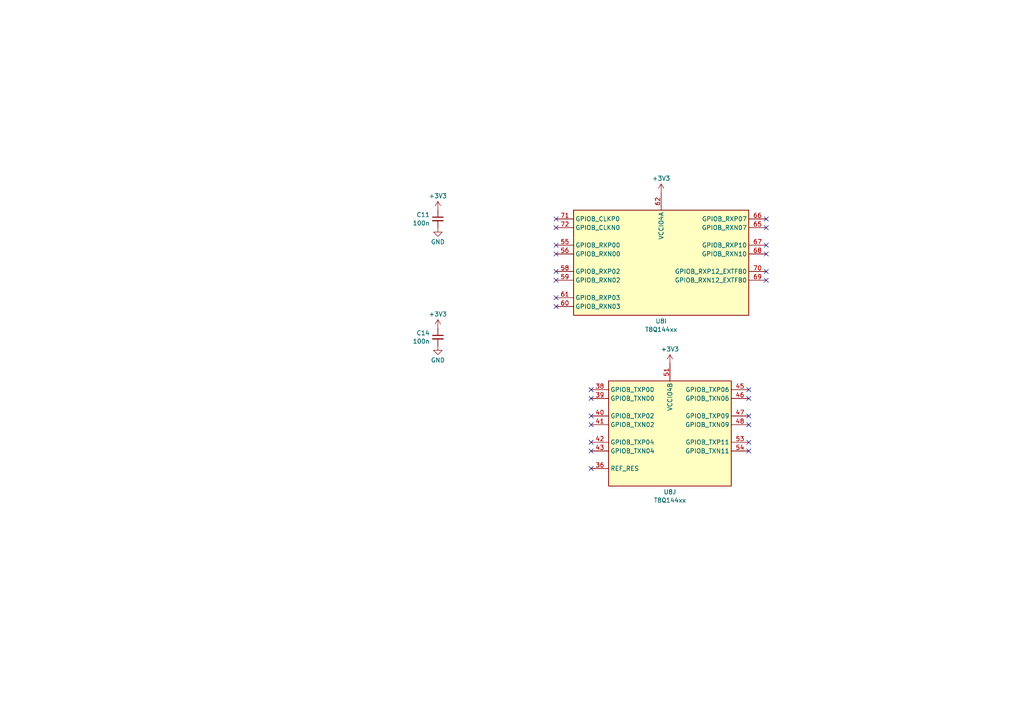
<source format=kicad_sch>
(kicad_sch (version 20230121) (generator eeschema)
  (paper "A4")
  (lib_symbols
    (symbol "Device:C_Small" (pin_numbers hide) (pin_names (offset 0.254) hide)
      (property "Reference" "C" (at 0.254 1.778 0))
      (property "Value" "C_Small" (at 0.254 -2.032 0))
      (symbol "C_Small_0_1"
        (polyline (pts (xy -1.524 -0.508) (xy 1.524 -0.508)) (stroke (width 0.3302)))
        (polyline (pts (xy -1.524 0.508) (xy 1.524 0.508)) (stroke (width 0.3048)))
      )
      (symbol "C_Small_1_1"
        (pin passive line (at 0 2.54 270) (length 2.032) (name "~") (number "1"))
        (pin passive line (at 0 -2.54 90) (length 2.032) (name "~") (number "2"))
      )
    )
    (symbol "FPGA_Efinix_Trion:T8Q144xx"
      (property "Reference" "U" (at -24.13 16.51 0))
      (property "Value" "T8Q144xx" (at 19.05 -16.51 0))
      (symbol "T8Q144xx_1_1"
        (rectangle (start -17.78 12.7) (end 17.78 -12.7) (stroke (width 0.254)) (fill (type background)))
        (pin power_in line (at 0 17.78 270) (length 5.08) (name "VCCIO1A") (number "23"))
        (pin output line (at -22.86 -5.08 0) (length 5.08) (name "TDO") (number "24"))
        (pin input line (at -22.86 -7.62 0) (length 5.08) (name "TMS") (number "25"))
        (pin input line (at -22.86 0 0) (length 5.08) (name "TCK") (number "26"))
        (pin input line (at -22.86 -2.54 0) (length 5.08) (name "TDI") (number "27"))
        (pin bidirectional line (at 22.86 -2.54 180) (length 5.08) (name "GPIOL_09_CDI1") (number "28"))
        (pin bidirectional line (at 22.86 0 180) (length 5.08) (name "GPIOL_08_CDI0") (number "29"))
        (pin bidirectional line (at 22.86 7.62 180) (length 5.08) (name "GPIOL_01_CCK") (number "30"))
        (pin bidirectional line (at 22.86 10.16 180) (length 5.08) (name "GPIOL_00_SS_N") (number "31"))
        (pin bidirectional line (at 22.86 5.08 180) (length 5.08) (name "GPIOL_04_CSI") (number "32"))
        (pin bidirectional line (at 22.86 2.54 180) (length 5.08) (name "GPIOL_05_CSO") (number "33"))
        (pin bidirectional line (at -22.86 10.16 0) (length 5.08) (name "CDONE") (number "34"))
        (pin bidirectional line (at -22.86 5.08 0) (length 5.08) (name "CRESET_N") (number "35"))
      )
      (symbol "T8Q144xx_2_1"
        (rectangle (start -22.86 7.62) (end 22.86 -7.62) (stroke (width 0.254)) (fill (type background)))
        (pin bidirectional line (at 27.94 0 180) (length 5.08) (name "GPIOL_25_CLK1") (number "14"))
        (pin bidirectional line (at 27.94 2.54 180) (length 5.08) (name "GPIOL_24_CLK0") (number "15"))
        (pin bidirectional line (at 27.94 5.08 180) (length 5.08) (name "GPIOL_22_CTRL2") (number "16"))
        (pin bidirectional line (at -27.94 -2.54 0) (length 5.08) (name "GPIOL_21_CTRL1_CDI5") (number "17"))
        (pin bidirectional line (at -27.94 0 0) (length 5.08) (name "GPIOL_20_CTRL0_CDI4") (number "18"))
        (pin bidirectional line (at -27.94 2.54 0) (length 5.08) (name "GPIOL_13_CDI3") (number "19"))
        (pin bidirectional line (at -27.94 5.08 0) (length 5.08) (name "GPIOL_12_CDI2") (number "20"))
        (pin power_in line (at 0 12.7 270) (length 5.08) (name "VCCIO1B") (number "21"))
      )
      (symbol "T8Q144xx_3_1"
        (rectangle (start -22.86 7.62) (end 22.86 -7.62) (stroke (width 0.254)) (fill (type background)))
        (pin bidirectional line (at -27.94 2.54 0) (length 5.08) (name "GPIOL_32_CTRL4_CDI7") (number "10"))
        (pin bidirectional line (at -27.94 5.08 0) (length 5.08) (name "GPIOL_31_CLK7_CDI6") (number "11"))
        (pin power_in line (at 0 12.7 270) (length 5.08) (name "VCCIO1C_1D") (number "12"))
        (pin bidirectional line (at 27.94 2.54 180) (length 5.08) (name "GPIOL_53_CDI10") (number "3"))
        (pin bidirectional line (at 27.94 0 180) (length 5.08) (name "GPIOL_54_CDI11") (number "4"))
        (pin bidirectional line (at 27.94 5.08 180) (length 5.08) (name "GPIOL_46") (number "6"))
        (pin bidirectional line (at -27.94 -2.54 0) (length 5.08) (name "GPIOL_41_CDI9") (number "7"))
        (pin bidirectional line (at -27.94 0 0) (length 5.08) (name "GPIOL_40_CDI8") (number "8"))
      )
      (symbol "T8Q144xx_4_1"
        (rectangle (start -25.4 10.16) (end 25.4 -10.16) (stroke (width 0.254)) (fill (type background)))
        (pin bidirectional line (at 30.48 -5.08 180) (length 5.08) (name "GPIOL_75_PLLIN1") (number "131"))
        (pin bidirectional line (at 30.48 -2.54 180) (length 5.08) (name "GPIOL_74_PLLIN0") (number "132"))
        (pin bidirectional line (at 30.48 0 180) (length 5.08) (name "GPIOL_73_EXTFB1_CDI15") (number "134"))
        (pin bidirectional line (at 30.48 2.54 180) (length 5.08) (name "GPIOL_72_EXTFB0_CDI14") (number "135"))
        (pin bidirectional line (at 30.48 5.08 180) (length 5.08) (name "GPIOL_71_NSTATUS") (number "136"))
        (pin bidirectional line (at 30.48 7.62 180) (length 5.08) (name "GPIOL_70_CBSEL0") (number "137"))
        (pin bidirectional line (at -30.48 -5.08 0) (length 5.08) (name "GPIOL_69_CBSEL1") (number "138"))
        (pin bidirectional line (at -30.48 -2.54 0) (length 5.08) (name "GPIOL_68") (number "139"))
        (pin bidirectional line (at -30.48 0 0) (length 5.08) (name "GPIOL_67_CDI13") (number "140"))
        (pin bidirectional line (at -30.48 5.08 0) (length 5.08) (name "GPIOL_65") (number "141"))
        (pin bidirectional line (at -30.48 2.54 0) (length 5.08) (name "GPIOL_66_CDI12") (number "142"))
        (pin power_in line (at 0 15.24 270) (length 5.08) (name "VCCIO1E") (number "143"))
        (pin bidirectional line (at -30.48 7.62 0) (length 5.08) (name "GPIOL_64") (number "144"))
      )
      (symbol "T8Q144xx_5_1"
        (rectangle (start -25.4 10.16) (end 25.4 -10.16) (stroke (width 0.254)) (fill (type background)))
        (pin bidirectional line (at 30.48 -5.08 180) (length 5.08) (name "GPIOR_88_CDI28") (number "109"))
        (pin bidirectional line (at 30.48 -2.54 180) (length 5.08) (name "GPIOR_87_CDI29") (number "110"))
        (pin bidirectional line (at 30.48 2.54 180) (length 5.08) (name "GPIOR_85") (number "111"))
        (pin bidirectional line (at 30.48 0 180) (length 5.08) (name "GPIOR_86") (number "112"))
        (pin bidirectional line (at 30.48 5.08 180) (length 5.08) (name "GPIOR_84") (number "113"))
        (pin bidirectional line (at 30.48 7.62 180) (length 5.08) (name "GPIOR_83") (number "114"))
        (pin bidirectional line (at -30.48 -7.62 0) (length 5.08) (name "GPIOR_82") (number "115"))
        (pin bidirectional line (at -30.48 -5.08 0) (length 5.08) (name "GPIOR_81_MREFCLK") (number "116"))
        (pin bidirectional line (at -30.48 -2.54 0) (length 5.08) (name "GPIOR_80") (number "117"))
        (pin bidirectional line (at -30.48 0 0) (length 5.08) (name "GPIOR_79_EXTFB1_CDI30") (number "118"))
        (pin bidirectional line (at -30.48 2.54 0) (length 5.08) (name "GPIOR_78_EXTFB0_CDI31") (number "119"))
        (pin power_in line (at 0 15.24 270) (length 5.08) (name "VCCIO3A") (number "122"))
        (pin bidirectional line (at -30.48 5.08 0) (length 5.08) (name "GPIOR_77_PLLIN1") (number "123"))
        (pin bidirectional line (at -30.48 7.62 0) (length 5.08) (name "GPIOR_76_PLLIN0") (number "124"))
      )
      (symbol "T8Q144xx_6_1"
        (rectangle (start -25.4 7.62) (end 25.4 -7.62) (stroke (width 0.254)) (fill (type background)))
        (pin bidirectional line (at 30.48 5.08 180) (length 5.08) (name "GPIOR_113_CDI22") (number "100"))
        (pin bidirectional line (at -30.48 -5.08 0) (length 5.08) (name "GPIOR_112_CDI23") (number "101"))
        (pin bidirectional line (at -30.48 2.54 0) (length 5.08) (name "GPIOR_105_CDI24") (number "102"))
        (pin bidirectional line (at -30.48 5.08 0) (length 5.08) (name "GPIOR_104_CDI25") (number "103"))
        (pin bidirectional line (at -30.48 -2.54 0) (length 5.08) (name "GPIOR_95_CDI26") (number "105"))
        (pin bidirectional line (at -30.48 0 0) (length 5.08) (name "GPIOR_94_CDI27") (number "106"))
        (pin bidirectional line (at 30.48 -5.08 180) (length 5.08) (name "GPIOR_123_CLK12_CDI20") (number "93"))
        (pin power_in line (at 0 12.7 270) (length 5.08) (name "VCCIO3B_3C") (number "95"))
        (pin bidirectional line (at 30.48 -2.54 180) (length 5.08) (name "GPIOR_122_CLK13_CDI21") (number "97"))
        (pin bidirectional line (at 30.48 0 180) (length 5.08) (name "GPIOR_117_CTRL14") (number "98"))
        (pin bidirectional line (at 30.48 2.54 180) (length 5.08) (name "GPIOR_116_CTRL15") (number "99"))
      )
      (symbol "T8Q144xx_7_1"
        (rectangle (start -22.86 7.62) (end 22.86 -7.62) (stroke (width 0.254)) (fill (type background)))
        (pin bidirectional line (at 27.94 -2.54 180) (length 5.08) (name "GPIOR_139") (number "81"))
        (pin bidirectional line (at 27.94 0 180) (length 5.08) (name "GPIOR_138") (number "82"))
        (pin bidirectional line (at 27.94 2.54 180) (length 5.08) (name "GPIOR_136_CDI16") (number "83"))
        (pin bidirectional line (at 27.94 5.08 180) (length 5.08) (name "GPIOR_135_CDI17") (number "84"))
        (pin bidirectional line (at -27.94 -5.08 0) (length 5.08) (name "GPIOR_133_CDI18") (number "86"))
        (pin bidirectional line (at -27.94 -2.54 0) (length 5.08) (name "GPIOR_132_CDI19") (number "87"))
        (pin bidirectional line (at -27.94 0 0) (length 5.08) (name "GPIOR_129_CTRL10") (number "89"))
        (pin bidirectional line (at -27.94 2.54 0) (length 5.08) (name "GPIOR_128_CTRL11") (number "90"))
        (pin power_in line (at 0 12.7 270) (length 5.08) (name "VCCIO3D") (number "91"))
        (pin bidirectional line (at -27.94 5.08 0) (length 5.08) (name "GPIOR_125_CLK10") (number "92"))
      )
      (symbol "T8Q144xx_8_1"
        (rectangle (start -22.86 7.62) (end 22.86 -7.62) (stroke (width 0.254)) (fill (type background)))
        (pin bidirectional line (at 27.94 0 180) (length 5.08) (name "GPIOR_158_TEST_N") (number "74"))
        (pin bidirectional line (at 27.94 2.54 180) (length 5.08) (name "GPIOR_157_PLLIN") (number "75"))
        (pin bidirectional line (at 27.94 5.08 180) (length 5.08) (name "GPIOR_155") (number "76"))
        (pin bidirectional line (at -27.94 -2.54 0) (length 5.08) (name "GPIOR_154") (number "77"))
        (pin bidirectional line (at -27.94 0 0) (length 5.08) (name "GPIOR_151_CBUS0") (number "78"))
        (pin bidirectional line (at -27.94 2.54 0) (length 5.08) (name "GPIOR_150_CBUS1") (number "79"))
        (pin bidirectional line (at -27.94 5.08 0) (length 5.08) (name "GPIOR_149_CBUS2") (number "80"))
        (pin power_in line (at 0 12.7 270) (length 5.08) (name "VCCIO3E") (number "88"))
      )
      (symbol "T8Q144xx_9_1"
        (rectangle (start -25.4 15.24) (end 25.4 -15.24) (stroke (width 0.254)) (fill (type background)))
        (pin bidirectional line (at -30.48 5.08 0) (length 5.08) (name "GPIOB_RXP00") (number "55"))
        (pin bidirectional line (at -30.48 2.54 0) (length 5.08) (name "GPIOB_RXN00") (number "56"))
        (pin bidirectional line (at -30.48 -2.54 0) (length 5.08) (name "GPIOB_RXP02") (number "58"))
        (pin bidirectional line (at -30.48 -5.08 0) (length 5.08) (name "GPIOB_RXN02") (number "59"))
        (pin bidirectional line (at -30.48 -12.7 0) (length 5.08) (name "GPIOB_RXN03") (number "60"))
        (pin bidirectional line (at -30.48 -10.16 0) (length 5.08) (name "GPIOB_RXP03") (number "61"))
        (pin power_in line (at 0 20.32 270) (length 5.08) (name "VCCIO4A") (number "62"))
        (pin passive line (at 0 20.32 270) (length 5.08) hide (name "VCCIO4A") (number "63"))
        (pin bidirectional line (at 30.48 10.16 180) (length 5.08) (name "GPIOB_RXN07") (number "65"))
        (pin bidirectional line (at 30.48 12.7 180) (length 5.08) (name "GPIOB_RXP07") (number "66"))
        (pin bidirectional line (at 30.48 5.08 180) (length 5.08) (name "GPIOB_RXP10") (number "67"))
        (pin bidirectional line (at 30.48 2.54 180) (length 5.08) (name "GPIOB_RXN10") (number "68"))
        (pin bidirectional line (at 30.48 -5.08 180) (length 5.08) (name "GPIOB_RXN12_EXTFB0") (number "69"))
        (pin bidirectional line (at 30.48 -2.54 180) (length 5.08) (name "GPIOB_RXP12_EXTFB0") (number "70"))
        (pin bidirectional line (at -30.48 12.7 0) (length 5.08) (name "GPIOB_CLKP0") (number "71"))
        (pin bidirectional line (at -30.48 10.16 0) (length 5.08) (name "GPIOB_CLKN0") (number "72"))
      )
      (symbol "T8Q144xx_10_1"
        (rectangle (start -17.78 15.24) (end 17.78 -15.24) (stroke (width 0.254)) (fill (type background)))
        (pin passive line (at -22.86 -10.16 0) (length 5.08) (name "REF_RES") (number "36"))
        (pin bidirectional line (at -22.86 12.7 0) (length 5.08) (name "GPIOB_TXP00") (number "38"))
        (pin bidirectional line (at -22.86 10.16 0) (length 5.08) (name "GPIOB_TXN00") (number "39"))
        (pin bidirectional line (at -22.86 5.08 0) (length 5.08) (name "GPIOB_TXP02") (number "40"))
        (pin bidirectional line (at -22.86 2.54 0) (length 5.08) (name "GPIOB_TXN02") (number "41"))
        (pin bidirectional line (at -22.86 -2.54 0) (length 5.08) (name "GPIOB_TXP04") (number "42"))
        (pin bidirectional line (at -22.86 -5.08 0) (length 5.08) (name "GPIOB_TXN04") (number "43"))
        (pin bidirectional line (at 22.86 12.7 180) (length 5.08) (name "GPIOB_TXP06") (number "45"))
        (pin bidirectional line (at 22.86 10.16 180) (length 5.08) (name "GPIOB_TXN06") (number "46"))
        (pin bidirectional line (at 22.86 5.08 180) (length 5.08) (name "GPIOB_TXP09") (number "47"))
        (pin bidirectional line (at 22.86 2.54 180) (length 5.08) (name "GPIOB_TXN09") (number "48"))
        (pin power_in line (at 0 20.32 270) (length 5.08) (name "VCCIO4B") (number "51"))
        (pin passive line (at 0 20.32 270) (length 5.08) hide (name "VCCIO4B") (number "52"))
        (pin bidirectional line (at 22.86 -2.54 180) (length 5.08) (name "GPIOB_TXP11") (number "53"))
        (pin bidirectional line (at 22.86 -5.08 180) (length 5.08) (name "GPIOB_TXN11") (number "54"))
      )
      (symbol "T8Q144xx_11_1"
        (rectangle (start -17.78 7.62) (end 17.78 -7.62) (stroke (width 0.254)) (fill (type background)))
        (pin power_in line (at 0 -12.7 90) (length 5.08) (name "GND") (number "1"))
        (pin passive line (at 0 -12.7 90) (length 5.08) hide (name "GND") (number "104"))
        (pin power_in line (at 15.24 12.7 270) (length 5.08) (name "VCCA_TR") (number "107"))
        (pin passive line (at 0 -12.7 90) (length 5.08) hide (name "GND") (number "108"))
        (pin passive line (at 0 -12.7 90) (length 5.08) hide (name "GND") (number "120"))
        (pin passive line (at 0 -12.7 90) (length 5.08) hide (name "GND") (number "121"))
        (pin power_in line (at 0 12.7 270) (length 5.08) (name "VCC") (number "125"))
        (pin passive line (at 0 -12.7 90) (length 5.08) hide (name "GND") (number "126"))
        (pin passive line (at 0 -12.7 90) (length 5.08) hide (name "GND") (number "127"))
        (pin power_in line (at 2.54 12.7 270) (length 5.08) (name "VCC") (number "128"))
        (pin passive line (at 0 -12.7 90) (length 5.08) hide (name "GND") (number "129"))
        (pin power_in line (at -15.24 12.7 270) (length 5.08) (name "VCC") (number "13"))
        (pin power_in line (at 5.08 12.7 270) (length 5.08) (name "VCC") (number "130"))
        (pin passive line (at 0 -12.7 90) (length 5.08) hide (name "GND") (number "133"))
        (pin power_in line (at 12.7 12.7 270) (length 5.08) (name "VCCA_TL") (number "2"))
        (pin power_in line (at -12.7 12.7 270) (length 5.08) (name "VCC") (number "22"))
        (pin passive line (at 0 -12.7 90) (length 5.08) hide (name "GND") (number "37"))
        (pin passive line (at 0 -12.7 90) (length 5.08) hide (name "GND") (number "44"))
        (pin power_in line (at -10.16 12.7 270) (length 5.08) (name "VCC") (number "49"))
        (pin passive line (at 0 -12.7 90) (length 5.08) hide (name "GND") (number "5"))
        (pin passive line (at 0 -12.7 90) (length 5.08) hide (name "GND") (number "50"))
        (pin power_in line (at -7.62 12.7 270) (length 5.08) (name "VCC") (number "57"))
        (pin passive line (at 0 -12.7 90) (length 5.08) hide (name "GND") (number "64"))
        (pin power_in line (at 10.16 12.7 270) (length 5.08) (name "VCCA_BR") (number "73"))
        (pin power_in line (at -5.08 12.7 270) (length 5.08) (name "VCC") (number "85"))
        (pin passive line (at 0 -12.7 90) (length 5.08) hide (name "GND") (number "9"))
        (pin passive line (at 0 -12.7 90) (length 5.08) hide (name "GND") (number "94"))
        (pin power_in line (at -2.54 12.7 270) (length 5.08) (name "VCC") (number "96"))
      )
    )
    (symbol "power:+3V3" (power) (pin_names (offset 0))
      (property "Value" "+3V3" (at 0 3.556 0))
      (symbol "+3V3_0_1"
        (polyline (pts (xy -0.762 1.27) (xy 0 2.54)))
        (polyline (pts (xy 0 0) (xy 0 2.54)))
        (polyline (pts (xy 0 2.54) (xy 0.762 1.27)))
      )
      (symbol "+3V3_1_1"
        (pin power_in line (at 0 0 90) (length 0) hide (name "+3V3") (number "1"))
      )
    )
    (symbol "power:GND" (power) (pin_names (offset 0))
      (property "Value" "GND" (at 0 -3.81 0))
      (symbol "GND_0_1"
        (polyline (pts (xy 0 0) (xy 0 -1.27) (xy 1.27 -1.27) (xy 0 -2.54) (xy -1.27 -1.27) (xy 0 -1.27)))
      )
      (symbol "GND_1_1"
        (pin power_in line (at 0 0 270) (length 0) hide (name "GND") (number "1"))
      )
    )
  )
  (no_connect (at 222.25 63.5))
  (no_connect (at 161.29 66.04))
  (no_connect (at 217.17 115.57))
  (no_connect (at 222.25 71.12))
  (no_connect (at 217.17 120.65))
  (no_connect (at 217.17 123.19))
  (no_connect (at 161.29 63.5))
  (no_connect (at 171.45 113.03))
  (no_connect (at 161.29 73.66))
  (no_connect (at 161.29 88.9))
  (no_connect (at 171.45 115.57))
  (no_connect (at 171.45 123.19))
  (no_connect (at 222.25 78.74))
  (no_connect (at 161.29 81.28))
  (no_connect (at 217.17 130.81))
  (no_connect (at 171.45 120.65))
  (no_connect (at 222.25 73.66))
  (no_connect (at 161.29 71.12))
  (no_connect (at 222.25 81.28))
  (no_connect (at 171.45 130.81))
  (no_connect (at 222.25 66.04))
  (no_connect (at 161.29 78.74))
  (no_connect (at 171.45 135.89))
  (no_connect (at 217.17 128.27))
  (no_connect (at 217.17 113.03))
  (no_connect (at 161.29 86.36))
  (no_connect (at 171.45 128.27))
  (symbol (lib_id "power:+3V3") (at 191.77 55.88 0) (unit 1)
    (property "Reference" "#PWR01" (effects hide))
    (property "Value" "+3V3" (at 191.77 51.7469 0))
  )
  (symbol (lib_id "power:+3V3") (at 194.31 105.41 0) (unit 1)
    (property "Reference" "#PWR02" (effects hide))
    (property "Value" "+3V3" (at 194.31 101.2769 0))
  )
  (symbol (lib_id "Device:C_Small") (at 127 63.5 0) (mirror y) (unit 1)
    (property "Reference" "C11" (at 124.6759 62.2942 0) (effects (justify left)))
    (property "Value" "100n" (at 124.6759 64.7184 0) (effects (justify left)))
    (property "Footprint" "Capacitor_SMD:C_0603_1608Metric" (effects hide))
  )
  (symbol (lib_id "power:GND") (at 127 66.04 0) (unit 1)
    (property "Reference" "#PWR027" (effects hide))
    (property "Value" "GND" (at 127 70.1731 0))
  )
  (symbol (lib_id "FPGA_Efinix_Trion:T8Q144xx") (at 194.31 125.73 0) (unit 10)
    (property "Reference" "U8" (at 194.31 142.6901 0))
    (property "Value" "T8Q144xx" (at 194.31 145.1143 0))
    (property "Footprint" "Package_QFP:LQFP-144_20x20mm_P0.5mm" (effects hide))
    (property "Datasheet" "https://www.efinixinc.com/docs/trion8-ds-v4.4.pdf" (effects hide))
  )
  (symbol (lib_id "power:+3V3") (at 127 60.96 0) (unit 1)
    (property "Reference" "#PWR026" (effects hide))
    (property "Value" "+3V3" (at 127 56.8269 0))
  )
  (symbol (lib_id "power:+3V3") (at 127 95.25 0) (unit 1)
    (property "Reference" "#PWR028" (effects hide))
    (property "Value" "+3V3" (at 127 91.1169 0))
  )
  (symbol (lib_id "power:GND") (at 127 100.33 0) (unit 1)
    (property "Reference" "#PWR029" (effects hide))
    (property "Value" "GND" (at 127 104.4631 0))
  )
  (symbol (lib_id "FPGA_Efinix_Trion:T8Q144xx") (at 191.77 76.2 0) (unit 9)
    (property "Reference" "U8" (at 191.77 93.1601 0))
    (property "Value" "T8Q144xx" (at 191.77 95.5843 0))
    (property "Footprint" "Package_QFP:LQFP-144_20x20mm_P0.5mm" (effects hide))
    (property "Datasheet" "https://www.efinixinc.com/docs/trion8-ds-v4.4.pdf" (effects hide))
  )
  (symbol (lib_id "Device:C_Small") (at 127 97.79 0) (mirror y) (unit 1)
    (property "Reference" "C14" (at 124.6759 96.5842 0) (effects (justify left)))
    (property "Value" "100n" (at 124.6759 99.0084 0) (effects (justify left)))
    (property "Footprint" "Capacitor_SMD:C_0603_1608Metric" (effects hide))
  )
)
</source>
